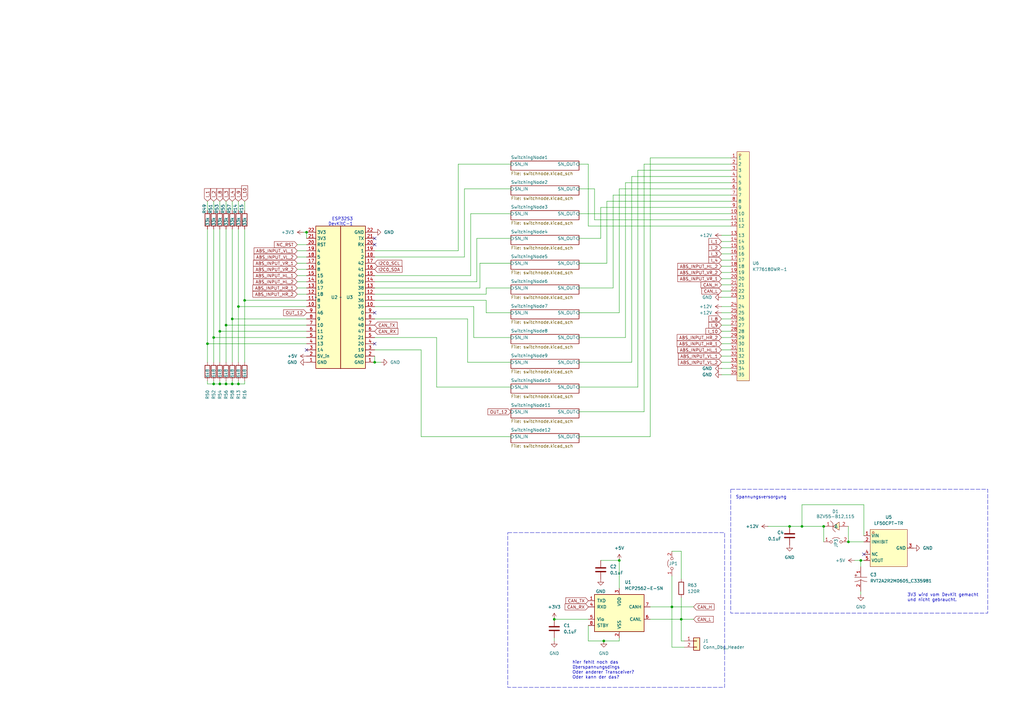
<source format=kicad_sch>
(kicad_sch (version 20250114) (generator "eeschema") (generator_version "9.0")
  (paper "A3")
  (title_block (title "ESPPDM"))
  (lib_symbols
    (symbol "+3V3_1" (power) (pin_numbers (hide yes)) (pin_names (offset 0) (hide yes))
      (property "Value" "+3V3" (at 0 3.556 0))
      (symbol "+3V3_1_0_1"
        (polyline (pts (xy -0.762 1.27) (xy 0 2.54)))
        (polyline (pts (xy 0 2.54) (xy 0.762 1.27)))
        (polyline (pts (xy 0 0) (xy 0 2.54)))
      )
      (symbol "+3V3_1_1_1"
        (pin power_in line (at 0 0 90) (length 0) (name "~") (number "1"))
      )
    )
    (symbol "Connector_Generic:Conn_01x02" (pin_names (offset 1.016) (hide yes))
      (property "Reference" "J" (at 0 2.54 0))
      (property "Value" "Conn_01x02" (at 0 -5.08 0))
      (symbol "Conn_01x02_1_1"
        (rectangle (start -1.27 1.27) (end 1.27 -3.81) (stroke (width 0.254)) (fill (type background)))
        (rectangle (start -1.27 0.127) (end 0 -0.127) (stroke (width 0.1524)))
        (rectangle (start -1.27 -2.413) (end 0 -2.667) (stroke (width 0.1524)))
        (pin passive line (at -5.08 0 0) (length 3.81) (name "Pin_1") (number "1"))
        (pin passive line (at -5.08 -2.54 0) (length 3.81) (name "Pin_2") (number "2"))
      )
    )
    (symbol "Device:C" (pin_numbers (hide yes)) (pin_names (offset 0.254))
      (property "Reference" "C" (at 0.635 2.54 0))
      (property "Value" "C" (at 0.635 -2.54 0))
      (symbol "C_0_1"
        (polyline (pts (xy -2.032 0.762) (xy 2.032 0.762)) (stroke (width 0.508)))
        (polyline (pts (xy -2.032 -0.762) (xy 2.032 -0.762)) (stroke (width 0.508)))
      )
      (symbol "C_1_1"
        (pin passive line (at 0 3.81 270) (length 2.794) (name "~") (number "1"))
        (pin passive line (at 0 -3.81 90) (length 2.794) (name "~") (number "2"))
      )
    )
    (symbol "Device:R" (pin_numbers (hide yes)) (pin_names (offset 0))
      (property "Reference" "R" (at 2.032 0 90))
      (property "Value" "R" (at 0 0 90))
      (symbol "R_0_1"
        (rectangle (start -1.016 -2.54) (end 1.016 2.54) (stroke (width 0.254)))
      )
      (symbol "R_1_1"
        (pin passive line (at 0 3.81 270) (length 1.27) (name "~") (number "1"))
        (pin passive line (at 0 -3.81 90) (length 1.27) (name "~") (number "2"))
      )
    )
    (symbol "GND_1" (power) (pin_numbers (hide yes)) (pin_names (offset 0) (hide yes))
      (property "Value" "GND" (at 0 -3.81 0))
      (symbol "GND_1_0_1"
        (polyline (pts (xy 0 0) (xy 0 -1.27) (xy 1.27 -1.27) (xy 0 -2.54) (xy -1.27 -1.27) (xy 0 -1.27)))
      )
      (symbol "GND_1_1_1"
        (pin power_in line (at 0 0 270) (length 0) (name "~") (number "1"))
      )
    )
    (symbol "GND_2" (power) (pin_numbers (hide yes)) (pin_names (offset 0) (hide yes))
      (property "Value" "GND" (at 0 -3.81 0))
      (symbol "GND_2_0_1"
        (polyline (pts (xy 0 0) (xy 0 -1.27) (xy 1.27 -1.27) (xy 0 -2.54) (xy -1.27 -1.27) (xy 0 -1.27)))
      )
      (symbol "GND_2_1_1"
        (pin power_in line (at 0 0 270) (length 0) (name "~") (number "1"))
      )
    )
    (symbol "GND_3" (power) (pin_numbers (hide yes)) (pin_names (offset 0) (hide yes))
      (property "Value" "GND" (at 0 -3.81 0))
      (symbol "GND_3_0_1"
        (polyline (pts (xy 0 0) (xy 0 -1.27) (xy 1.27 -1.27) (xy 0 -2.54) (xy -1.27 -1.27) (xy 0 -1.27)))
      )
      (symbol "GND_3_1_1"
        (pin power_in line (at 0 0 270) (length 0) (name "~") (number "1"))
      )
    )
    (symbol "Interface_CAN_LIN:MCP2562-E-SN" (pin_names (offset 1.016))
      (property "Reference" "U" (at -10.16 8.89 0))
      (property "Value" "MCP2562-E-SN" (at 2.54 8.89 0))
      (symbol "MCP2562-E-SN_0_1"
        (rectangle (start -10.16 7.62) (end 10.16 -7.62) (stroke (width 0.254)) (fill (type background)))
      )
      (symbol "MCP2562-E-SN_1_1"
        (pin input line (at -12.7 5.08 0) (length 2.54) (name "TXD") (number "1"))
        (pin output line (at -12.7 2.54 0) (length 2.54) (name "RXD") (number "4"))
        (pin power_in line (at -12.7 -2.54 0) (length 2.54) (name "Vio") (number "5"))
        (pin input line (at -12.7 -5.08 0) (length 2.54) (name "STBY") (number "8"))
        (pin power_in line (at 0 10.16 270) (length 2.54) (name "VDD") (number "3"))
        (pin power_in line (at 0 -10.16 90) (length 2.54) (name "VSS") (number "2"))
        (pin bidirectional line (at 12.7 2.54 180) (length 2.54) (name "CANH") (number "7"))
        (pin bidirectional line (at 12.7 -2.54 180) (length 2.54) (name "CANL") (number "6"))
      )
    )
    (symbol "Jumper:Jumper_2_Open" (pin_names (offset 0) (hide yes))
      (property "Reference" "JP" (at 0 2.794 0))
      (property "Value" "Jumper_2_Open" (at 0 -2.286 0))
      (symbol "Jumper_2_Open_0_0"
        (circle (center -2.032 0) (radius 0.508))
        (circle (center 2.032 0) (radius 0.508))
      )
      (symbol "Jumper_2_Open_0_1"
        (arc (start -1.524 1.27) (mid 0 1.778) (end 1.524 1.27))
      )
      (symbol "Jumper_2_Open_1_1"
        (pin passive line (at -5.08 0 0) (length 2.54) (name "A") (number "1"))
        (pin passive line (at 5.08 0 180) (length 2.54) (name "B") (number "2"))
      )
    )
    (symbol "custom:esp32-s3-devkitc-1_l"
      (property "Reference" "U" (at 3.81 0 0))
      (symbol "esp32-s3-devkitc-1_l_1_1"
        (rectangle (start -2.54 29.21) (end 7.62 -29.21) (stroke (width 0.254)) (fill (type background)))
        (pin passive line (at -6.35 26.67 0) (length 3.81) (name "GND") (number "1"))
        (pin passive line (at -6.35 24.13 0) (length 3.81) (name "GND") (number "2"))
        (pin passive line (at -6.35 21.59 0) (length 3.81) (name "19") (number "3"))
        (pin passive line (at -6.35 19.05 0) (length 3.81) (name "20") (number "4"))
        (pin passive line (at -6.35 16.51 0) (length 3.81) (name "21") (number "5"))
        (pin passive line (at -6.35 13.97 0) (length 3.81) (name "47") (number "6"))
        (pin passive line (at -6.35 11.43 0) (length 3.81) (name "48") (number "7"))
        (pin passive line (at -6.35 8.89 0) (length 3.81) (name "45") (number "8"))
        (pin passive line (at -6.35 6.35 0) (length 3.81) (name "0") (number "9"))
        (pin passive line (at -6.35 3.81 0) (length 3.81) (name "35") (number "10"))
        (pin passive line (at -6.35 1.27 0) (length 3.81) (name "36") (number "11"))
        (pin passive line (at -6.35 -1.27 0) (length 3.81) (name "37") (number "12"))
        (pin passive line (at -6.35 -3.81 0) (length 3.81) (name "38") (number "13"))
        (pin passive line (at -6.35 -6.35 0) (length 3.81) (name "39") (number "14"))
        (pin passive line (at -6.35 -8.89 0) (length 3.81) (name "40") (number "15"))
        (pin passive line (at -6.35 -11.43 0) (length 3.81) (name "41") (number "16"))
        (pin passive line (at -6.35 -13.97 0) (length 3.81) (name "42") (number "17"))
        (pin passive line (at -6.35 -16.51 0) (length 3.81) (name "2") (number "18"))
        (pin passive line (at -6.35 -19.05 0) (length 3.81) (name "1") (number "19"))
        (pin passive line (at -6.35 -21.59 0) (length 3.81) (name "RX") (number "20"))
        (pin passive line (at -6.35 -24.13 0) (length 3.81) (name "TX") (number "21"))
        (pin passive line (at -6.35 -26.67 0) (length 3.81) (name "GND") (number "22"))
      )
    )
    (symbol "custom:esp32-s3-devkitc-1_r"
      (property "Reference" "U" (at 5.08 0 0))
      (symbol "esp32-s3-devkitc-1_r_1_1"
        (rectangle (start -2.54 29.21) (end 7.62 -29.21) (stroke (width 0.254)) (fill (type background)))
        (pin passive line (at 11.43 26.67 180) (length 3.81) (name "GND") (number "1"))
        (pin passive line (at 11.43 24.13 180) (length 3.81) (name "5V_in") (number "2"))
        (pin passive line (at 11.43 21.59 180) (length 3.81) (name "14") (number "3"))
        (pin passive line (at 11.43 19.05 180) (length 3.81) (name "13") (number "4"))
        (pin passive line (at 11.43 16.51 180) (length 3.81) (name "12") (number "5"))
        (pin passive line (at 11.43 13.97 180) (length 3.81) (name "11") (number "6"))
        (pin passive line (at 11.43 11.43 180) (length 3.81) (name "10") (number "7"))
        (pin passive line (at 11.43 8.89 180) (length 3.81) (name "9") (number "8"))
        (pin passive line (at 11.43 6.35 180) (length 3.81) (name "46") (number "9"))
        (pin passive line (at 11.43 3.81 180) (length 3.81) (name "3") (number "10"))
        (pin passive line (at 11.43 1.27 180) (length 3.81) (name "8") (number "11"))
        (pin passive line (at 11.43 -1.27 180) (length 3.81) (name "18") (number "12"))
        (pin passive line (at 11.43 -3.81 180) (length 3.81) (name "17") (number "13"))
        (pin passive line (at 11.43 -6.35 180) (length 3.81) (name "16") (number "14"))
        (pin passive line (at 11.43 -8.89 180) (length 3.81) (name "15") (number "15"))
        (pin passive line (at 11.43 -11.43 180) (length 3.81) (name "8") (number "16"))
        (pin passive line (at 11.43 -13.97 180) (length 3.81) (name "6") (number "17"))
        (pin passive line (at 11.43 -16.51 180) (length 3.81) (name "5") (number "18"))
        (pin passive line (at 11.43 -19.05 180) (length 3.81) (name "4") (number "19"))
        (pin passive line (at 11.43 -21.59 180) (length 3.81) (name "RST") (number "20"))
        (pin passive line (at 11.43 -24.13 180) (length 3.81) (name "3V3") (number "21"))
        (pin passive line (at 11.43 -26.67 180) (length 3.81) (name "3V3") (number "22"))
      )
    )
    (symbol "lcsc:BZV55-B12,115"
      (property "Reference" "D" (at 0 5.08 0))
      (property "Value" "BZV55-B12,115" (at 0 -5.08 0))
      (symbol "BZV55-B12,115_0_1"
        (polyline (pts (xy -2.29 2.29) (xy -1.27 1.27) (xy -1.27 -1.27) (xy -0.25 -2.29)))
        (polyline (pts (xy 1.27 -1.52) (xy -1.27 0) (xy 1.27 1.78) (xy 1.27 -1.52)) (fill (type background)))
        (pin unspecified line (at -5.08 0 0) (length 3.81) (name "C") (number "1"))
        (pin unspecified line (at 5.08 0 180) (length 3.81) (name "A") (number "2"))
      )
    )
    (symbol "lcsc:K776180WR-1"
      (property "Reference" "U" (at 0 50.8 0))
      (property "Value" "K776180WR-1" (at 0 -48.26 0))
      (symbol "K776180WR-1_0_1"
        (rectangle (start 0 48.26) (end 5.08 -45.72) (fill (type background)))
        (circle (center 1.27 46.99) (radius 0.38))
        (pin unspecified line (at -2.54 45.72 0) (length 2.54) (name "1") (number "1"))
        (pin unspecified line (at -2.54 43.18 0) (length 2.54) (name "2") (number "2"))
        (pin unspecified line (at -2.54 40.64 0) (length 2.54) (name "3") (number "3"))
        (pin unspecified line (at -2.54 38.1 0) (length 2.54) (name "4") (number "4"))
        (pin unspecified line (at -2.54 35.56 0) (length 2.54) (name "5") (number "5"))
        (pin unspecified line (at -2.54 33.02 0) (length 2.54) (name "6") (number "6"))
        (pin unspecified line (at -2.54 30.48 0) (length 2.54) (name "7") (number "7"))
        (pin unspecified line (at -2.54 27.94 0) (length 2.54) (name "8") (number "8"))
        (pin unspecified line (at -2.54 25.4 0) (length 2.54) (name "9") (number "9"))
        (pin unspecified line (at -2.54 22.86 0) (length 2.54) (name "10") (number "10"))
        (pin unspecified line (at -2.54 20.32 0) (length 2.54) (name "11") (number "11"))
        (pin unspecified line (at -2.54 17.78 0) (length 2.54) (name "12") (number "12"))
        (pin unspecified line (at -2.54 13.97 0) (length 2.54) (name "13") (number "13"))
        (pin unspecified line (at -2.54 11.43 0) (length 2.54) (name "14") (number "14"))
        (pin unspecified line (at -2.54 8.89 0) (length 2.54) (name "15") (number "15"))
        (pin unspecified line (at -2.54 6.35 0) (length 2.54) (name "16") (number "16"))
        (pin unspecified line (at -2.54 3.81 0) (length 2.54) (name "17") (number "17"))
        (pin unspecified line (at -2.54 1.27 0) (length 2.54) (name "18") (number "18"))
        (pin unspecified line (at -2.54 -1.27 0) (length 2.54) (name "19") (number "19"))
        (pin unspecified line (at -2.54 -3.81 0) (length 2.54) (name "20") (number "20"))
        (pin unspecified line (at -2.54 -6.35 0) (length 2.54) (name "21") (number "21"))
        (pin unspecified line (at -2.54 -8.89 0) (length 2.54) (name "22") (number "22"))
        (pin unspecified line (at -2.54 -11.43 0) (length 2.54) (name "23") (number "23"))
        (pin unspecified line (at -2.54 -15.24 0) (length 2.54) (name "24") (number "24"))
        (pin unspecified line (at -2.54 -17.78 0) (length 2.54) (name "25") (number "25"))
        (pin unspecified line (at -2.54 -20.32 0) (length 2.54) (name "26") (number "26"))
        (pin unspecified line (at -2.54 -22.86 0) (length 2.54) (name "27") (number "27"))
        (pin unspecified line (at -2.54 -25.4 0) (length 2.54) (name "28") (number "28"))
        (pin unspecified line (at -2.54 -27.94 0) (length 2.54) (name "29") (number "29"))
        (pin unspecified line (at -2.54 -30.48 0) (length 2.54) (name "30") (number "30"))
        (pin unspecified line (at -2.54 -33.02 0) (length 2.54) (name "31") (number "31"))
        (pin unspecified line (at -2.54 -35.56 0) (length 2.54) (name "32") (number "32"))
        (pin unspecified line (at -2.54 -38.1 0) (length 2.54) (name "33") (number "33"))
        (pin unspecified line (at -2.54 -40.64 0) (length 2.54) (name "34") (number "34"))
        (pin unspecified line (at -2.54 -43.18 0) (length 2.54) (name "35") (number "35"))
      )
    )
    (symbol "lcsc:LF50CPT-TR"
      (property "Reference" "U" (at 0 10.16 0))
      (property "Value" "LF50CPT-TR" (at 0 -10.16 0))
      (symbol "LF50CPT-TR_0_1"
        (rectangle (start -7.62 7.62) (end 7.62 -7.62) (fill (type background)))
        (circle (center -6.35 6.35) (radius 0.38))
        (pin unspecified line (at -10.16 5.08 0) (length 2.54) (name "VIN") (number "1"))
        (pin unspecified line (at -10.16 2.54 0) (length 2.54) (name "INHIBIT") (number "2"))
        (pin unspecified line (at -10.16 -2.54 0) (length 2.54) (name "NC") (number "4"))
        (pin unspecified line (at -10.16 -5.08 0) (length 2.54) (name "VOUT") (number "5"))
        (pin unspecified line (at 10.16 0 180) (length 2.54) (name "GND") (number "3"))
      )
    )
    (symbol "lcsc:RVT2A2R2M0605_C335981"
      (property "Reference" "C" (at 0 10.16 0))
      (property "Value" "RVT2A2R2M0605_C335981" (at 0 -10.16 0))
      (symbol "RVT2A2R2M0605_C335981_0_1"
        (rectangle (start -2.54 1.52) (end -1.52 1.52) (fill (type background)))
        (polyline (pts (xy -2.54 0.76) (xy 2.54 0.76)))
        (arc (start 0 -0.25) (mid -1.2064 -0.8447) (end -2.54 -1.02))
        (rectangle (start -2.03 2.03) (end -2.03 1.02) (fill (type background)))
        (arc (start 2.54 -1.02) (mid 1.206 -0.8462) (end 0 -0.25))
      )
      (symbol "RVT2A2R2M0605_C335981_1_1"
        (pin unspecified line (at 0 5.08 270) (length 4.318) (name "") (number "1"))
        (pin unspecified line (at 0 -5.08 90) (length 4.826) (name "") (number "2"))
      )
    )
    (symbol "power:+12V" (power) (pin_numbers (hide yes)) (pin_names (offset 0) (hide yes))
      (property "Value" "+12V" (at 0 3.556 0))
      (symbol "+12V_0_1"
        (polyline (pts (xy -0.762 1.27) (xy 0 2.54)))
        (polyline (pts (xy 0 2.54) (xy 0.762 1.27)))
        (polyline (pts (xy 0 0) (xy 0 2.54)))
      )
      (symbol "+12V_1_1"
        (pin power_in line (at 0 0 90) (length 0) (name "~") (number "1"))
      )
    )
    (symbol "power:+3V3" (power) (pin_names (offset 0))
      (property "Value" "+3V3" (at 0 3.556 0))
      (symbol "+3V3_0_1"
        (polyline (pts (xy -0.762 1.27) (xy 0 2.54)))
        (polyline (pts (xy 0 2.54) (xy 0.762 1.27)))
        (polyline (pts (xy 0 0) (xy 0 2.54)))
      )
      (symbol "+3V3_1_1"
        (pin power_in line (at 0 0 90) (length 0) (hide yes) (name "+3V3") (number "1"))
      )
    )
    (symbol "power:+5V" (power) (pin_names (offset 0))
      (property "Value" "+5V" (at 0 3.556 0))
      (symbol "+5V_0_1"
        (polyline (pts (xy -0.762 1.27) (xy 0 2.54)))
        (polyline (pts (xy 0 2.54) (xy 0.762 1.27)))
        (polyline (pts (xy 0 0) (xy 0 2.54)))
      )
      (symbol "+5V_1_1"
        (pin power_in line (at 0 0 90) (length 0) (hide yes) (name "+5V") (number "1"))
      )
    )
    (symbol "power:GND" (power) (pin_names (offset 0))
      (property "Value" "GND" (at 0 -3.81 0))
      (symbol "GND_0_1"
        (polyline (pts (xy 0 0) (xy 0 -1.27) (xy 1.27 -1.27) (xy 0 -2.54) (xy -1.27 -1.27) (xy 0 -1.27)))
      )
      (symbol "GND_1_1"
        (pin power_in line (at 0 0 270) (length 0) (hide yes) (name "GND") (number "1"))
      )
    )
  )
  (rectangle (start 208.28 218.44) (end 297.18 281.94) (stroke (width 0) (type dash)))
  (rectangle (start 299.72 200.66) (end 405.13 251.46) (stroke (width 0) (type dash)))
  (text "3V3 wird vom DevKit gemacht\nund nicht gebraucht." (at 372.11 246.888 0) (effects (font (size 1.27 1.27)) (justify left bottom)))
  (text "hier fehlt noch das\nüberspannungsdings\nOder anderer Transceiver?\nOder kann der das?" (at 234.696 278.638 0) (effects (font (size 1.27 1.27)) (justify left bottom)))
  (text "Spannungsversorgung" (at 301.752 204.724 0) (effects (font (size 1.27 1.27)) (justify left bottom)))
  (text "ESP32S3\nDevKitC-1" (at 144.78 92.71 0) (effects (font (size 1.27 1.27)) (justify right bottom)))
  (junction (at 92.71 157.48))
  (junction (at 275.59 248.92))
  (junction (at 337.82 215.9))
  (junction (at 353.06 229.87))
  (junction (at 125.73 95.25))
  (junction (at 97.79 157.48))
  (junction (at 87.63 157.48))
  (junction (at 87.63 138.43))
  (junction (at 347.98 222.25))
  (junction (at 95.25 130.81))
  (junction (at 328.93 215.9))
  (junction (at 247.65 262.89))
  (junction (at 90.17 135.89))
  (junction (at 254 229.87))
  (junction (at 90.17 157.48))
  (junction (at 279.4 254))
  (junction (at 227.33 254))
  (junction (at 85.09 140.97))
  (junction (at 323.85 215.9))
  (junction (at 95.25 157.48))
  (junction (at 92.71 133.35))
  (junction (at 100.33 123.19))
  (junction (at 97.79 125.73))
  (junction (at 153.67 148.59))
  (no_connect (at 153.67 128.27))
  (no_connect (at 125.73 143.51))
  (no_connect (at 153.67 100.33))
  (no_connect (at 153.67 140.97))
  (no_connect (at 354.33 227.33))
  (no_connect (at 153.67 97.79))
  (wire (pts (xy 299.72 101.6) (xy 295.91 101.6)))
  (wire (pts (xy 121.92 113.03) (xy 125.73 113.03)))
  (wire (pts (xy 85.09 157.48) (xy 85.09 156.21)))
  (wire (pts (xy 275.59 226.06) (xy 279.4 226.06)))
  (wire (pts (xy 193.04 87.63) (xy 209.55 87.63)))
  (wire (pts (xy 90.17 86.36) (xy 90.17 82.55)))
  (wire (pts (xy 264.16 67.31) (xy 264.16 168.91)))
  (wire (pts (xy 121.92 118.11) (xy 125.73 118.11)))
  (wire (pts (xy 295.91 140.97) (xy 299.72 140.97)))
  (wire (pts (xy 190.5 105.41) (xy 190.5 77.47)))
  (wire (pts (xy 92.71 86.36) (xy 92.71 82.55)))
  (wire (pts (xy 124.46 95.25) (xy 125.73 95.25)))
  (wire (pts (xy 153.67 146.05) (xy 153.67 148.59)))
  (wire (pts (xy 354.33 222.25) (xy 347.98 222.25)))
  (wire (pts (xy 97.79 125.73) (xy 97.79 148.59)))
  (wire (pts (xy 90.17 157.48) (xy 90.17 156.21)))
  (wire (pts (xy 275.59 248.92) (xy 275.59 265.43)))
  (wire (pts (xy 254 229.87) (xy 254 241.3)))
  (wire (pts (xy 237.49 128.27) (xy 254 128.27)))
  (wire (pts (xy 199.39 128.27) (xy 209.55 128.27)))
  (wire (pts (xy 97.79 156.21) (xy 97.79 157.48)))
  (wire (pts (xy 299.72 109.22) (xy 295.91 109.22)))
  (wire (pts (xy 280.67 262.89) (xy 279.4 262.89)))
  (wire (pts (xy 237.49 168.91) (xy 264.16 168.91)))
  (wire (pts (xy 299.72 96.52) (xy 295.91 96.52)))
  (wire (pts (xy 279.4 254) (xy 279.4 262.89)))
  (wire (pts (xy 199.39 123.19) (xy 199.39 128.27)))
  (wire (pts (xy 100.33 82.55) (xy 100.33 86.36)))
  (wire (pts (xy 246.38 97.79) (xy 246.38 85.09)))
  (wire (pts (xy 92.71 133.35) (xy 92.71 148.59)))
  (wire (pts (xy 237.49 118.11) (xy 251.46 118.11)))
  (wire (pts (xy 328.93 215.9) (xy 328.93 207.01)))
  (wire (pts (xy 187.96 102.87) (xy 187.96 67.31)))
  (wire (pts (xy 190.5 77.47) (xy 209.55 77.47)))
  (wire (pts (xy 153.67 125.73) (xy 194.31 125.73)))
  (wire (pts (xy 85.09 157.48) (xy 87.63 157.48)))
  (wire (pts (xy 328.93 207.01) (xy 354.33 207.01)))
  (wire (pts (xy 299.72 119.38) (xy 295.91 119.38)))
  (wire (pts (xy 237.49 179.07) (xy 266.7 179.07)))
  (wire (pts (xy 237.49 148.59) (xy 259.08 148.59)))
  (wire (pts (xy 153.67 120.65) (xy 199.39 120.65)))
  (wire (pts (xy 275.59 236.22) (xy 275.59 248.92)))
  (wire (pts (xy 87.63 138.43) (xy 87.63 148.59)))
  (wire (pts (xy 279.4 245.11) (xy 279.4 254)))
  (wire (pts (xy 179.07 138.43) (xy 179.07 158.75)))
  (wire (pts (xy 275.59 265.43) (xy 280.67 265.43)))
  (wire (pts (xy 85.09 140.97) (xy 85.09 148.59)))
  (wire (pts (xy 153.67 130.81) (xy 191.77 130.81)))
  (wire (pts (xy 153.67 105.41) (xy 190.5 105.41)))
  (wire (pts (xy 97.79 125.73) (xy 125.73 125.73)))
  (wire (pts (xy 95.25 93.98) (xy 95.25 130.81)))
  (wire (pts (xy 121.92 105.41) (xy 125.73 105.41)))
  (wire (pts (xy 241.3 67.31) (xy 237.49 67.31)))
  (wire (pts (xy 85.09 93.98) (xy 85.09 140.97)))
  (wire (pts (xy 153.67 138.43) (xy 179.07 138.43)))
  (wire (pts (xy 295.91 111.76) (xy 299.72 111.76)))
  (wire (pts (xy 264.16 67.31) (xy 299.72 67.31)))
  (wire (pts (xy 241.3 256.54) (xy 241.3 262.89)))
  (wire (pts (xy 153.67 118.11) (xy 196.85 118.11)))
  (wire (pts (xy 97.79 82.55) (xy 97.79 86.36)))
  (wire (pts (xy 92.71 133.35) (xy 125.73 133.35)))
  (wire (pts (xy 295.91 148.59) (xy 299.72 148.59)))
  (wire (pts (xy 299.72 90.17) (xy 243.84 90.17)))
  (wire (pts (xy 266.7 248.92) (xy 275.59 248.92)))
  (wire (pts (xy 100.33 123.19) (xy 100.33 148.59)))
  (wire (pts (xy 90.17 135.89) (xy 90.17 148.59)))
  (wire (pts (xy 121.92 120.65) (xy 125.73 120.65)))
  (wire (pts (xy 237.49 97.79) (xy 246.38 97.79)))
  (wire (pts (xy 95.25 130.81) (xy 125.73 130.81)))
  (wire (pts (xy 195.58 97.79) (xy 209.55 97.79)))
  (wire (pts (xy 251.46 118.11) (xy 251.46 80.01)))
  (wire (pts (xy 353.06 242.57) (xy 353.06 243.84)))
  (wire (pts (xy 195.58 115.57) (xy 195.58 97.79)))
  (wire (pts (xy 247.65 262.89) (xy 254 262.89)))
  (wire (pts (xy 92.71 93.98) (xy 92.71 133.35)))
  (wire (pts (xy 125.73 97.79) (xy 125.73 95.25)))
  (wire (pts (xy 299.72 125.73) (xy 295.91 125.73)))
  (wire (pts (xy 299.72 133.35) (xy 295.91 133.35)))
  (wire (pts (xy 194.31 125.73) (xy 194.31 138.43)))
  (wire (pts (xy 299.72 135.89) (xy 295.91 135.89)))
  (wire (pts (xy 261.62 69.85) (xy 261.62 158.75)))
  (wire (pts (xy 172.72 143.51) (xy 172.72 179.07)))
  (wire (pts (xy 299.72 121.92) (xy 295.91 121.92)))
  (wire (pts (xy 275.59 248.92) (xy 284.48 248.92)))
  (wire (pts (xy 187.96 67.31) (xy 209.55 67.31)))
  (wire (pts (xy 191.77 130.81) (xy 191.77 148.59)))
  (wire (pts (xy 241.3 262.89) (xy 247.65 262.89)))
  (wire (pts (xy 97.79 93.98) (xy 97.79 125.73)))
  (wire (pts (xy 256.54 74.93) (xy 256.54 138.43)))
  (wire (pts (xy 87.63 138.43) (xy 125.73 138.43)))
  (wire (pts (xy 179.07 158.75) (xy 209.55 158.75)))
  (wire (pts (xy 153.67 123.19) (xy 199.39 123.19)))
  (wire (pts (xy 299.72 99.06) (xy 295.91 99.06)))
  (wire (pts (xy 337.82 215.9) (xy 337.82 222.25)))
  (wire (pts (xy 328.93 215.9) (xy 337.82 215.9)))
  (wire (pts (xy 261.62 69.85) (xy 299.72 69.85)))
  (wire (pts (xy 266.7 64.77) (xy 266.7 179.07)))
  (wire (pts (xy 246.38 85.09) (xy 299.72 85.09)))
  (wire (pts (xy 299.72 116.84) (xy 295.91 116.84)))
  (wire (pts (xy 299.72 104.14) (xy 295.91 104.14)))
  (wire (pts (xy 354.33 207.01) (xy 354.33 219.71)))
  (wire (pts (xy 194.31 138.43) (xy 209.55 138.43)))
  (wire (pts (xy 92.71 157.48) (xy 95.25 157.48)))
  (wire (pts (xy 259.08 72.39) (xy 299.72 72.39)))
  (wire (pts (xy 237.49 107.95) (xy 248.92 107.95)))
  (wire (pts (xy 237.49 77.47) (xy 243.84 77.47)))
  (wire (pts (xy 85.09 140.97) (xy 125.73 140.97)))
  (wire (pts (xy 97.79 157.48) (xy 95.25 157.48)))
  (wire (pts (xy 153.67 113.03) (xy 193.04 113.03)))
  (wire (pts (xy 95.25 86.36) (xy 95.25 82.55)))
  (wire (pts (xy 100.33 156.21) (xy 100.33 157.48)))
  (wire (pts (xy 90.17 135.89) (xy 125.73 135.89)))
  (wire (pts (xy 243.84 90.17) (xy 243.84 77.47)))
  (wire (pts (xy 153.67 115.57) (xy 195.58 115.57)))
  (wire (pts (xy 121.92 107.95) (xy 125.73 107.95)))
  (wire (pts (xy 299.72 106.68) (xy 295.91 106.68)))
  (wire (pts (xy 121.92 110.49) (xy 125.73 110.49)))
  (wire (pts (xy 90.17 157.48) (xy 92.71 157.48)))
  (wire (pts (xy 227.33 254) (xy 241.3 254)))
  (wire (pts (xy 266.7 254) (xy 279.4 254)))
  (wire (pts (xy 90.17 93.98) (xy 90.17 135.89)))
  (wire (pts (xy 254 262.89) (xy 254 261.62)))
  (wire (pts (xy 95.25 157.48) (xy 95.25 156.21)))
  (wire (pts (xy 254 77.47) (xy 299.72 77.47)))
  (wire (pts (xy 299.72 114.3) (xy 295.91 114.3)))
  (wire (pts (xy 196.85 107.95) (xy 209.55 107.95)))
  (wire (pts (xy 299.72 130.81) (xy 295.91 130.81)))
  (wire (pts (xy 92.71 157.48) (xy 92.71 156.21)))
  (wire (pts (xy 237.49 138.43) (xy 256.54 138.43)))
  (wire (pts (xy 299.72 151.13) (xy 295.91 151.13)))
  (wire (pts (xy 227.33 261.62) (xy 227.33 262.89)))
  (wire (pts (xy 172.72 179.07) (xy 209.55 179.07)))
  (wire (pts (xy 191.77 148.59) (xy 209.55 148.59)))
  (wire (pts (xy 299.72 138.43) (xy 295.91 138.43)))
  (wire (pts (xy 246.38 229.87) (xy 254 229.87)))
  (wire (pts (xy 153.67 102.87) (xy 187.96 102.87)))
  (wire (pts (xy 248.92 82.55) (xy 299.72 82.55)))
  (wire (pts (xy 121.92 102.87) (xy 125.73 102.87)))
  (wire (pts (xy 121.92 100.33) (xy 125.73 100.33)))
  (wire (pts (xy 295.91 146.05) (xy 299.72 146.05)))
  (wire (pts (xy 299.72 153.67) (xy 295.91 153.67)))
  (wire (pts (xy 95.25 130.81) (xy 95.25 148.59)))
  (wire (pts (xy 121.92 115.57) (xy 125.73 115.57)))
  (wire (pts (xy 237.49 158.75) (xy 261.62 158.75)))
  (wire (pts (xy 199.39 118.11) (xy 209.55 118.11)))
  (wire (pts (xy 251.46 80.01) (xy 299.72 80.01)))
  (wire (pts (xy 347.98 215.9) (xy 347.98 222.25)))
  (wire (pts (xy 87.63 93.98) (xy 87.63 138.43)))
  (wire (pts (xy 87.63 157.48) (xy 87.63 156.21)))
  (wire (pts (xy 85.09 86.36) (xy 85.09 82.55)))
  (wire (pts (xy 248.92 107.95) (xy 248.92 82.55)))
  (wire (pts (xy 279.4 254) (xy 284.48 254)))
  (wire (pts (xy 279.4 226.06) (xy 279.4 237.49)))
  (wire (pts (xy 153.67 148.59) (xy 156.21 148.59)))
  (wire (pts (xy 353.06 229.87) (xy 353.06 232.41)))
  (wire (pts (xy 295.91 143.51) (xy 299.72 143.51)))
  (wire (pts (xy 196.85 118.11) (xy 196.85 107.95)))
  (wire (pts (xy 100.33 123.19) (xy 125.73 123.19)))
  (wire (pts (xy 199.39 120.65) (xy 199.39 118.11)))
  (wire (pts (xy 350.52 229.87) (xy 353.06 229.87)))
  (wire (pts (xy 314.96 215.9) (xy 323.85 215.9)))
  (wire (pts (xy 323.85 215.9) (xy 328.93 215.9)))
  (wire (pts (xy 353.06 229.87) (xy 354.33 229.87)))
  (wire (pts (xy 299.72 92.71) (xy 241.3 92.71)))
  (wire (pts (xy 87.63 157.48) (xy 90.17 157.48)))
  (wire (pts (xy 153.67 143.51) (xy 172.72 143.51)))
  (wire (pts (xy 241.3 92.71) (xy 241.3 67.31)))
  (wire (pts (xy 193.04 113.03) (xy 193.04 87.63)))
  (wire (pts (xy 87.63 86.36) (xy 87.63 82.55)))
  (wire (pts (xy 266.7 64.77) (xy 299.72 64.77)))
  (wire (pts (xy 100.33 157.48) (xy 97.79 157.48)))
  (wire (pts (xy 259.08 72.39) (xy 259.08 148.59)))
  (wire (pts (xy 100.33 93.98) (xy 100.33 123.19)))
  (wire (pts (xy 299.72 128.27) (xy 295.91 128.27)))
  (wire (pts (xy 256.54 74.93) (xy 299.72 74.93)))
  (wire (pts (xy 254 77.47) (xy 254 128.27)))
  (wire (pts (xy 237.49 87.63) (xy 299.72 87.63)))
  (global_label "ABS_INPUT_HR_2" (shape input) (at 121.92 120.65 180) (property "Intersheetrefs" "${INTERSHEET_REFS}" (effects (hide yes))))
  (global_label "I_3" (shape input) (at 295.91 104.14 180) (property "Intersheetrefs" "${INTERSHEET_REFS}" (effects (hide yes))))
  (global_label "I_8" (shape input) (at 295.91 130.81 180) (property "Intersheetrefs" "${INTERSHEET_REFS}" (effects (hide yes))))
  (global_label "CAN_RX" (shape input) (at 241.3 248.92 180) (property "Intersheetrefs" "${INTERSHEET_REFS}" (effects (hide yes))))
  (global_label "I_8" (shape input) (at 90.17 82.55 90) (property "Intersheetrefs" "${INTERSHEET_REFS}" (effects (hide yes))))
  (global_label "NC_RST" (shape input) (at 121.92 100.33 180) (property "Intersheetrefs" "${INTERSHEET_REFS}" (effects (hide yes))))
  (global_label "I_3" (shape input) (at 92.71 82.55 90) (property "Intersheetrefs" "${INTERSHEET_REFS}" (effects (hide yes))))
  (global_label "I_10" (shape input) (at 100.33 82.55 90) (property "Intersheetrefs" "${INTERSHEET_REFS}" (effects (hide yes))))
  (global_label "I_9" (shape input) (at 295.91 133.35 180) (property "Intersheetrefs" "${INTERSHEET_REFS}" (effects (hide yes))))
  (global_label "I_1" (shape input) (at 295.91 99.06 180) (property "Intersheetrefs" "${INTERSHEET_REFS}" (effects (hide yes))))
  (global_label "CAN_L" (shape input) (at 284.48 254 0) (property "Intersheetrefs" "${INTERSHEET_REFS}" (effects (hide yes))))
  (global_label "ABS_INPUT_HL_2" (shape input) (at 295.91 109.22 180) (property "Intersheetrefs" "${INTERSHEET_REFS}" (effects (hide yes))))
  (global_label "I_10" (shape input) (at 295.91 135.89 180) (property "Intersheetrefs" "${INTERSHEET_REFS}" (effects (hide yes))))
  (global_label "CAN_H" (shape input) (at 295.91 116.84 180) (property "Intersheetrefs" "${INTERSHEET_REFS}" (effects (hide yes))))
  (global_label "ABS_INPUT_VR_2" (shape input) (at 121.92 110.49 180) (property "Intersheetrefs" "${INTERSHEET_REFS}" (effects (hide yes))))
  (global_label "ABS_INPUT_HL_2" (shape input) (at 121.92 115.57 180) (property "Intersheetrefs" "${INTERSHEET_REFS}" (effects (hide yes))))
  (global_label "I_9" (shape input) (at 97.79 82.55 90) (property "Intersheetrefs" "${INTERSHEET_REFS}" (effects (hide yes))))
  (global_label "I_4" (shape input) (at 95.25 82.55 90) (property "Intersheetrefs" "${INTERSHEET_REFS}" (effects (hide yes))))
  (global_label "ABS_INPUT_HR_2" (shape input) (at 295.91 138.43 180) (property "Intersheetrefs" "${INTERSHEET_REFS}" (effects (hide yes))))
  (global_label "ABS_INPUT_VL_2" (shape input) (at 121.92 105.41 180) (property "Intersheetrefs" "${INTERSHEET_REFS}" (effects (hide yes))))
  (global_label "ABS_INPUT_VL_1" (shape input) (at 121.92 102.87 180) (property "Intersheetrefs" "${INTERSHEET_REFS}" (effects (hide yes))))
  (global_label "I_4" (shape input) (at 295.91 106.68 180) (property "Intersheetrefs" "${INTERSHEET_REFS}" (effects (hide yes))))
  (global_label "CAN_RX" (shape input) (at 153.67 135.89 0) (property "Intersheetrefs" "${INTERSHEET_REFS}" (effects (hide yes))))
  (global_label "OUT_12" (shape input) (at 209.55 168.91 180) (property "Intersheetrefs" "${INTERSHEET_REFS}" (effects (hide yes))))
  (global_label "ABS_INPUT_HL_1" (shape input) (at 295.91 143.51 180) (property "Intersheetrefs" "${INTERSHEET_REFS}" (effects (hide yes))))
  (global_label "I2C0_SCL" (shape input) (at 153.67 107.95 0) (property "Intersheetrefs" "${INTERSHEET_REFS}" (effects (hide yes))))
  (global_label "CAN_L" (shape input) (at 295.91 119.38 180) (property "Intersheetrefs" "${INTERSHEET_REFS}" (effects (hide yes))))
  (global_label "I_1" (shape input) (at 85.09 82.55 90) (property "Intersheetrefs" "${INTERSHEET_REFS}" (effects (hide yes))))
  (global_label "ABS_INPUT_HR_1" (shape input) (at 121.92 118.11 180) (property "Intersheetrefs" "${INTERSHEET_REFS}" (effects (hide yes))))
  (global_label "I2C0_SDA" (shape input) (at 153.67 110.49 0) (property "Intersheetrefs" "${INTERSHEET_REFS}" (effects (hide yes))))
  (global_label "ABS_INPUT_VR_1" (shape input) (at 295.91 114.3 180) (property "Intersheetrefs" "${INTERSHEET_REFS}" (effects (hide yes))))
  (global_label "CAN_H" (shape input) (at 284.48 248.92 0) (property "Intersheetrefs" "${INTERSHEET_REFS}" (effects (hide yes))))
  (global_label "ABS_INPUT_VL_2" (shape input) (at 295.91 148.59 180) (property "Intersheetrefs" "${INTERSHEET_REFS}" (effects (hide yes))))
  (global_label "OUT_12" (shape input) (at 125.73 128.27 180) (property "Intersheetrefs" "${INTERSHEET_REFS}" (effects (hide yes))))
  (global_label "I_2" (shape input) (at 295.91 101.6 180) (property "Intersheetrefs" "${INTERSHEET_REFS}" (effects (hide yes))))
  (global_label "CAN_TX" (shape input) (at 241.3 246.38 180) (property "Intersheetrefs" "${INTERSHEET_REFS}" (effects (hide yes))))
  (global_label "ABS_INPUT_HL_1" (shape input) (at 121.92 113.03 180) (property "Intersheetrefs" "${INTERSHEET_REFS}" (effects (hide yes))))
  (global_label "CAN_TX" (shape input) (at 153.67 133.35 0) (property "Intersheetrefs" "${INTERSHEET_REFS}" (effects (hide yes))))
  (global_label "ABS_INPUT_VL_1" (shape input) (at 295.91 146.05 180) (property "Intersheetrefs" "${INTERSHEET_REFS}" (effects (hide yes))))
  (global_label "I_2" (shape input) (at 87.63 82.55 90) (property "Intersheetrefs" "${INTERSHEET_REFS}" (effects (hide yes))))
  (global_label "ABS_INPUT_VR_2" (shape input) (at 295.91 111.76 180) (property "Intersheetrefs" "${INTERSHEET_REFS}" (effects (hide yes))))
  (global_label "ABS_INPUT_VR_1" (shape input) (at 121.92 107.95 180) (property "Intersheetrefs" "${INTERSHEET_REFS}" (effects (hide yes))))
  (global_label "ABS_INPUT_HR_1" (shape input) (at 295.91 140.97 180) (property "Intersheetrefs" "${INTERSHEET_REFS}" (effects (hide yes))))
  (symbol (lib_id "power:GND") (at 227.33 262.89 0) (unit 1)
    (property "Reference" "#PWR043" (effects (hide yes)))
    (property "Value" "GND" (at 227.33 267.97 0))
  )
  (symbol (lib_id "Device:R") (at 85.09 152.4 0) (unit 1)
    (property "Reference" "R50" (at 85.09 163.83 90) (effects (justify left)))
    (property "Value" "6k8" (at 85.09 154.94 90) (effects (justify left)))
    (property "Footprint" "Resistor_SMD:R_0603_1608Metric" (effects (hide yes)))
  )
  (symbol (lib_id "custom:esp32-s3-devkitc-1_r") (at 137.16 121.92 180) (unit 1)
    (property "Reference" "U2" (at 137.16 121.92 0))
    (property "Value" "~" (at 129.54 121.92 0))
    (property "Footprint" "Connector_PinSocket_2.54mm:PinSocket_1x22_P2.54mm_Vertical" (effects (hide yes)))
  )
  (symbol (lib_id "lcsc:BZV55-B12,115") (at 342.9 215.9 0) (unit 1)
    (property "Reference" "D1" (at 342.646 209.804 0))
    (property "Value" "BZV55-B12,115" (at 342.646 211.836 0))
    (property "Footprint" "lcsc:SOD-80C_L3.3-W1.5-RD" (effects (hide yes)))
    (property "Datasheet" "https://lcsc.com/product-detail/Zener-Diodes_Nexperia-BZV55-B12-115_C426807.html" (effects (hide yes)))
    (property "LCSC Part" "C426807" (effects (hide yes)))
  )
  (symbol (lib_id "Device:R") (at 95.25 90.17 0) (unit 1)
    (property "Reference" "R57" (at 93.98 87.63 90) (effects (justify left)))
    (property "Value" "33k" (at 95.25 92.71 90) (effects (justify left)))
    (property "Footprint" "Resistor_SMD:R_0603_1608Metric" (effects (hide yes)))
  )
  (symbol (lib_id "Device:R") (at 97.79 90.17 0) (unit 1)
    (property "Reference" "R14" (at 96.52 87.63 90) (effects (justify left)))
    (property "Value" "33k" (at 97.79 92.71 90) (effects (justify left)))
    (property "Footprint" "Resistor_SMD:R_0603_1608Metric" (effects (hide yes)))
  )
  (symbol (lib_name "GND_3") (lib_id "power:GND") (at 295.91 121.92 270) (unit 1)
    (property "Reference" "#PWR030" (effects (hide yes)))
    (property "Value" "GND" (at 292.1 121.9199 90) (effects (justify right)))
    (property "Description" "Power symbol creates a global label with name \"GND\" , ground" (effects (hide yes)))
  )
  (symbol (lib_id "Device:R") (at 95.25 152.4 0) (unit 1)
    (property "Reference" "R58" (at 95.25 163.83 90) (effects (justify left)))
    (property "Value" "6k8" (at 95.25 154.94 90) (effects (justify left)))
    (property "Footprint" "Resistor_SMD:R_0603_1608Metric" (effects (hide yes)))
  )
  (symbol (lib_id "Device:R") (at 100.33 90.17 0) (unit 1)
    (property "Reference" "R15" (at 99.06 87.63 90) (effects (justify left)))
    (property "Value" "33k" (at 100.33 92.71 90) (effects (justify left)))
    (property "Footprint" "Resistor_SMD:R_0603_1608Metric" (effects (hide yes)))
  )
  (symbol (lib_id "power:GND") (at 156.21 148.59 90) (unit 1)
    (property "Reference" "#PWR051" (effects (hide yes)))
    (property "Value" "GND" (at 160.02 148.59 90) (effects (justify right)))
  )
  (symbol (lib_id "Device:R") (at 87.63 90.17 0) (unit 1)
    (property "Reference" "R51" (at 86.36 87.63 90) (effects (justify left)))
    (property "Value" "33k" (at 87.63 92.71 90) (effects (justify left)))
    (property "Footprint" "Resistor_SMD:R_0603_1608Metric" (effects (hide yes)))
  )
  (symbol (lib_name "GND_1") (lib_id "power:GND") (at 295.91 153.67 270) (unit 1)
    (property "Reference" "#PWR028" (effects (hide yes)))
    (property "Value" "GND" (at 292.1 153.6699 90) (effects (justify right)))
    (property "Description" "Power symbol creates a global label with name \"GND\" , ground" (effects (hide yes)))
  )
  (symbol (lib_id "Device:R") (at 97.79 152.4 0) (unit 1)
    (property "Reference" "R13" (at 97.79 163.83 90) (effects (justify left)))
    (property "Value" "6k8" (at 97.79 154.94 90) (effects (justify left)))
    (property "Footprint" "Resistor_SMD:R_0603_1608Metric" (effects (hide yes)))
  )
  (symbol (lib_id "power:+12V") (at 295.91 125.73 90) (unit 1)
    (property "Reference" "#PWR031" (effects (hide yes)))
    (property "Value" "+12V" (at 292.1 125.7299 90) (effects (justify left)))
    (property "Description" "Power symbol creates a global label with name \"+12V\"" (effects (hide yes)))
  )
  (symbol (lib_id "power:+5V") (at 254 229.87 0) (unit 1)
    (property "Reference" "#PWR049" (effects (hide yes)))
    (property "Value" "+5V" (at 254 224.79 0))
  )
  (symbol (lib_id "Device:C") (at 246.38 233.68 0) (unit 1)
    (property "Reference" "C2" (at 250.19 232.41 0) (effects (justify left)))
    (property "Value" "0.1uF" (at 250.19 234.95 0) (effects (justify left)))
    (property "Footprint" "Capacitor_SMD:C_0603_1608Metric" (effects (hide yes)))
  )
  (symbol (lib_id "power:+12V") (at 295.91 96.52 90) (unit 1)
    (property "Reference" "#PWR033" (effects (hide yes)))
    (property "Value" "+12V" (at 292.1 96.5199 90) (effects (justify left)))
    (property "Description" "Power symbol creates a global label with name \"+12V\"" (effects (hide yes)))
  )
  (symbol (lib_id "Jumper:Jumper_2_Open") (at 275.59 231.14 90) (unit 1)
    (property "Reference" "JP1" (at 274.32 231.14 90) (effects (justify right)))
    (property "Value" "Jumper_2_Open" (effects (hide yes)))
    (property "Footprint" "Jumper:SolderJumper-2_P1.3mm_Open_Pad1.0x1.5mm" (effects (hide yes)))
  )
  (symbol (lib_id "power:GND") (at 323.85 223.52 0) (unit 1)
    (property "Reference" "#PWR063" (effects (hide yes)))
    (property "Value" "GND" (at 323.85 228.6 0))
  )
  (symbol (lib_id "power:+3V3") (at 227.33 254 0) (unit 1)
    (property "Reference" "#PWR042" (effects (hide yes)))
    (property "Value" "+3V3" (at 227.33 248.92 0))
  )
  (symbol (lib_id "Device:R") (at 92.71 152.4 0) (unit 1)
    (property "Reference" "R56" (at 92.71 163.83 90) (effects (justify left)))
    (property "Value" "6k8" (at 92.71 154.94 90) (effects (justify left)))
    (property "Footprint" "Resistor_SMD:R_0603_1608Metric" (effects (hide yes)))
  )
  (symbol (lib_id "power:GND") (at 374.65 224.79 90) (unit 1)
    (property "Reference" "#PWR066" (effects (hide yes)))
    (property "Value" "GND" (at 378.46 224.7899 90) (effects (justify right)))
  )
  (symbol (lib_id "lcsc:RVT2A2R2M0605_C335981") (at 353.06 237.49 0) (unit 1)
    (property "Reference" "C3" (at 356.87 235.7161 0) (effects (justify left)))
    (property "Value" "RVT2A2R2M0605_C335981" (at 356.87 238.2561 0) (effects (justify left)))
    (property "Footprint" "lcsc:CAP-SMD_BD6.3-L6.6-W6.6-FD" (effects (hide yes)))
    (property "Datasheet" "https://lcsc.com/product-detail/Others_ROQANG-RVT2A2R2M0605_C335981.html" (effects (hide yes)))
    (property "LCSC Part" "C335981" (effects (hide yes)))
  )
  (symbol (lib_id "Connector_Generic:Conn_01x02") (at 285.75 262.89 0) (unit 1)
    (property "Reference" "J1" (at 288.29 262.8899 0) (effects (justify left)))
    (property "Value" "Conn_Dbg_Header" (at 288.29 265.4299 0) (effects (justify left)))
    (property "Footprint" "Connector_PinHeader_2.54mm:PinHeader_1x02_P2.54mm_Vertical_SMD_Pin1Left" (effects (hide yes)))
    (property "Description" "Generic connector, single row, 01x02, script generated (kicad-library-utils/schlib/autogen/connector/)" (effects (hide yes)))
  )
  (symbol (lib_name "+3V3_1") (lib_id "power:+3V3") (at 124.46 95.25 90) (unit 1)
    (property "Reference" "#PWR046" (effects (hide yes)))
    (property "Value" "+3V3" (at 120.65 95.2499 90) (effects (justify left)))
    (property "Description" "Power symbol creates a global label with name \"+3V3\"" (effects (hide yes)))
  )
  (symbol (lib_id "power:+12V") (at 314.96 215.9 90) (unit 1)
    (property "Reference" "#PWR035" (effects (hide yes)))
    (property "Value" "+12V" (at 311.15 215.8999 90) (effects (justify left)))
    (property "Description" "Power symbol creates a global label with name \"+12V\"" (effects (hide yes)))
  )
  (symbol (lib_id "Device:R") (at 92.71 90.17 0) (unit 1)
    (property "Reference" "R55" (at 91.44 87.63 90) (effects (justify left)))
    (property "Value" "33k" (at 92.71 92.71 90) (effects (justify left)))
    (property "Footprint" "Resistor_SMD:R_0603_1608Metric" (effects (hide yes)))
  )
  (symbol (lib_id "Device:R") (at 90.17 152.4 0) (unit 1)
    (property "Reference" "R54" (at 90.17 163.83 90) (effects (justify left)))
    (property "Value" "6k8" (at 90.17 154.94 90) (effects (justify left)))
    (property "Footprint" "Resistor_SMD:R_0603_1608Metric" (effects (hide yes)))
  )
  (symbol (lib_id "Device:C") (at 227.33 257.81 0) (unit 1)
    (property "Reference" "C1" (at 231.14 256.54 0) (effects (justify left)))
    (property "Value" "0.1uF" (at 231.14 259.08 0) (effects (justify left)))
    (property "Footprint" "Capacitor_SMD:C_0603_1608Metric" (effects (hide yes)))
  )
  (symbol (lib_id "power:GND") (at 246.38 237.49 0) (unit 1)
    (property "Reference" "#PWR044" (effects (hide yes)))
    (property "Value" "GND" (at 246.38 242.57 0))
  )
  (symbol (lib_id "Device:R") (at 100.33 152.4 0) (unit 1)
    (property "Reference" "R16" (at 100.33 163.83 90) (effects (justify left)))
    (property "Value" "6k8" (at 100.33 154.94 90) (effects (justify left)))
    (property "Footprint" "Resistor_SMD:R_0603_1608Metric" (effects (hide yes)))
  )
  (symbol (lib_id "Device:C") (at 323.85 219.71 0) (unit 1)
    (property "Reference" "C4" (at 318.77 218.44 0) (effects (justify left)))
    (property "Value" "0.1uF" (at 314.96 220.98 0) (effects (justify left)))
    (property "Footprint" "Capacitor_SMD:C_0603_1608Metric" (effects (hide yes)))
  )
  (symbol (lib_id "Device:R") (at 85.09 90.17 0) (unit 1)
    (property "Reference" "R49" (at 83.82 87.63 90) (effects (justify left)))
    (property "Value" "33k" (at 85.09 92.71 90) (effects (justify left)))
    (property "Footprint" "Resistor_SMD:R_0603_1608Metric" (effects (hide yes)))
  )
  (symbol (lib_id "Interface_CAN_LIN:MCP2562-E-SN") (at 254 251.46 0) (unit 1)
    (property "Reference" "U1" (at 256.1941 238.76 0) (effects (justify left)))
    (property "Value" "MCP2562-E-SN" (at 256.1941 241.3 0) (effects (justify left)))
    (property "Footprint" "Package_SO:SOIC-8_3.9x4.9mm_P1.27mm" (effects (hide yes)))
    (property "Datasheet" "http://ww1.microchip.com/downloads/en/DeviceDoc/25167A.pdf" (effects (hide yes)))
    (property "lcsc" "C53609" (effects (hide yes)))
  )
  (symbol (lib_name "GND_2") (lib_id "power:GND") (at 295.91 151.13 270) (unit 1)
    (property "Reference" "#PWR029" (effects (hide yes)))
    (property "Value" "GND" (at 292.1 151.1299 90) (effects (justify right)))
    (property "Description" "Power symbol creates a global label with name \"GND\" , ground" (effects (hide yes)))
  )
  (symbol (lib_id "Device:R") (at 90.17 90.17 0) (unit 1)
    (property "Reference" "R53" (at 88.9 87.63 90) (effects (justify left)))
    (property "Value" "33k" (at 90.17 92.71 90) (effects (justify left)))
    (property "Footprint" "Resistor_SMD:R_0603_1608Metric" (effects (hide yes)))
  )
  (symbol (lib_id "power:GND") (at 247.65 262.89 0) (unit 1)
    (property "Reference" "#PWR045" (effects (hide yes)))
    (property "Value" "GND" (at 247.65 267.97 0))
  )
  (symbol (lib_id "custom:esp32-s3-devkitc-1_l") (at 147.32 121.92 180) (unit 1)
    (property "Reference" "U3" (at 144.78 121.92 0) (effects (justify left)))
    (property "Value" "~" (at 139.7 121.92 0))
    (property "Footprint" "Connector_PinSocket_2.54mm:PinSocket_1x22_P2.54mm_Vertical" (effects (hide yes)))
  )
  (symbol (lib_id "power:+12V") (at 295.91 128.27 90) (unit 1)
    (property "Reference" "#PWR032" (effects (hide yes)))
    (property "Value" "+12V" (at 292.1 128.2699 90) (effects (justify left)))
    (property "Description" "Power symbol creates a global label with name \"+12V\"" (effects (hide yes)))
  )
  (symbol (lib_id "power:GND") (at 125.73 148.59 270) (unit 1)
    (property "Reference" "#PWR048" (effects (hide yes)))
    (property "Value" "GND" (at 121.92 148.59 90) (effects (justify right)))
  )
  (symbol (lib_id "Jumper:Jumper_2_Open") (at 342.9 222.25 0) (unit 1)
    (property "Reference" "JP3" (at 342.9 220.98 90) (effects (justify right)))
    (property "Value" "Jumper_2_Open" (effects (hide yes)))
    (property "Footprint" "Jumper:SolderJumper-2_P1.3mm_Open_Pad1.0x1.5mm" (effects (hide yes)))
  )
  (symbol (lib_id "power:+5V") (at 350.52 229.87 90) (unit 1)
    (property "Reference" "#PWR055" (effects (hide yes)))
    (property "Value" "+5V" (at 346.71 229.87 90) (effects (justify left)))
  )
  (symbol (lib_id "lcsc:LF50CPT-TR") (at 364.49 224.79 0) (unit 1)
    (property "Reference" "U5" (at 364.49 212.09 0))
    (property "Value" "LF50CPT-TR" (at 364.49 214.63 0))
    (property "Footprint" "lcsc:PPAK-5_L6.5-W6.1-P1.27-LS10.0-TL" (effects (hide yes)))
    (property "LCSC Part" "C2970955" (effects (hide yes)))
  )
  (symbol (lib_id "lcsc:K776180WR-1") (at 302.26 110.49 0) (unit 1)
    (property "Reference" "U6" (at 308.61 107.9499 0) (effects (justify left)))
    (property "Value" "K776180WR-1" (at 308.61 110.4899 0) (effects (justify left)))
    (property "Footprint" "lcsc:CONN-TH_35P-P4.00_K776180WR-2" (effects (hide yes)))
    (property "LCSC Part" "C2997462" (effects (hide yes)))
  )
  (symbol (lib_id "power:GND") (at 153.67 95.25 90) (unit 1)
    (property "Reference" "#PWR050" (effects (hide yes)))
    (property "Value" "GND" (at 157.48 95.25 90) (effects (justify right)))
  )
  (symbol (lib_id "power:GND") (at 353.06 243.84 0) (unit 1)
    (property "Reference" "#PWR064" (effects (hide yes)))
    (property "Value" "GND" (at 353.06 248.92 0))
  )
  (symbol (lib_id "power:+5V") (at 125.73 146.05 90) (unit 1)
    (property "Reference" "#PWR047" (effects (hide yes)))
    (property "Value" "+5V" (at 121.92 146.05 90) (effects (justify left)))
  )
  (symbol (lib_id "Device:R") (at 279.4 241.3 0) (unit 1)
    (property "Reference" "R63" (at 281.94 240.03 0) (effects (justify left)))
    (property "Value" "120R" (at 281.94 242.57 0) (effects (justify left)))
    (property "Footprint" "Resistor_SMD:R_0603_1608Metric" (effects (hide yes)))
  )
  (symbol (lib_id "Device:R") (at 87.63 152.4 0) (unit 1)
    (property "Reference" "R52" (at 87.63 163.83 90) (effects (justify left)))
    (property "Value" "6k8" (at 87.63 154.94 90) (effects (justify left)))
    (property "Footprint" "Resistor_SMD:R_0603_1608Metric" (effects (hide yes)))
  )
  (sheet (at 209.55 137.16) (size 27.94 3.81) (stroke (width 0.1524))
    (property "Sheetname" "SwitchingNode8" (at 209.55 136.4484 0) (effects (justify left bottom)))
    (property "Sheetfile" "switchnode.kicad_sch" (at 209.55 141.5546 0) (effects (justify left top)))
    (pin "SN_IN" input (at 209.55 138.43 180))
    (pin "SN_OUT" input (at 237.49 138.43 0))
  )
  (sheet (at 209.55 157.48) (size 27.94 3.81) (stroke (width 0.1524))
    (property "Sheetname" "SwitchingNode10" (at 209.55 156.7684 0) (effects (justify left bottom)))
    (property "Sheetfile" "switchnode.kicad_sch" (at 209.55 161.8746 0) (effects (justify left top)))
    (pin "SN_IN" input (at 209.55 158.75 180))
    (pin "SN_OUT" input (at 237.49 158.75 0))
  )
  (sheet (at 209.55 167.64) (size 27.94 3.81) (stroke (width 0.1524))
    (property "Sheetname" "SwitchingNode11" (at 209.55 166.9284 0) (effects (justify left bottom)))
    (property "Sheetfile" "switchnode.kicad_sch" (at 209.55 172.0346 0) (effects (justify left top)))
    (pin "SN_IN" input (at 209.55 168.91 180))
    (pin "SN_OUT" input (at 237.49 168.91 0))
  )
  (sheet (at 209.55 86.36) (size 27.94 3.81) (stroke (width 0.1524))
    (property "Sheetname" "SwitchingNode3" (at 209.55 85.6484 0) (effects (justify left bottom)))
    (property "Sheetfile" "switchnode.kicad_sch" (at 209.55 90.7546 0) (effects (justify left top)))
    (pin "SN_IN" input (at 209.55 87.63 180))
    (pin "SN_OUT" input (at 237.49 87.63 0))
  )
  (sheet (at 209.55 127) (size 27.94 3.81) (stroke (width 0.1524))
    (property "Sheetname" "SwitchingNode7" (at 209.55 126.2884 0) (effects (justify left bottom)))
    (property "Sheetfile" "switchnode.kicad_sch" (at 209.55 131.3946 0) (effects (justify left top)))
    (pin "SN_IN" input (at 209.55 128.27 180))
    (pin "SN_OUT" input (at 237.49 128.27 0))
  )
  (sheet (at 209.55 177.8) (size 27.94 3.81) (stroke (width 0.1524))
    (property "Sheetname" "SwitchingNode12" (at 209.55 177.0884 0) (effects (justify left bottom)))
    (property "Sheetfile" "switchnode.kicad_sch" (at 209.55 182.1946 0) (effects (justify left top)))
    (pin "SN_IN" input (at 209.55 179.07 180))
    (pin "SN_OUT" input (at 237.49 179.07 0))
  )
  (sheet (at 209.55 106.68) (size 27.94 3.81) (stroke (width 0.1524))
    (property "Sheetname" "SwitchingNode5" (at 209.55 105.9684 0) (effects (justify left bottom)))
    (property "Sheetfile" "switchnode.kicad_sch" (at 209.55 111.0746 0) (effects (justify left top)))
    (pin "SN_IN" input (at 209.55 107.95 180))
    (pin "SN_OUT" input (at 237.49 107.95 0))
  )
  (sheet (at 209.55 147.32) (size 27.94 3.81) (stroke (width 0.1524))
    (property "Sheetname" "SwitchingNode9" (at 209.55 146.6084 0) (effects (justify left bottom)))
    (property "Sheetfile" "switchnode.kicad_sch" (at 209.55 151.7146 0) (effects (justify left top)))
    (pin "SN_IN" input (at 209.55 148.59 180))
    (pin "SN_OUT" input (at 237.49 148.59 0))
  )
  (sheet (at 209.55 96.52) (size 27.94 3.81) (stroke (width 0.1524))
    (property "Sheetname" "SwitchingNode4" (at 209.55 95.8084 0) (effects (justify left bottom)))
    (property "Sheetfile" "switchnode.kicad_sch" (at 209.55 100.9146 0) (effects (justify left top)))
    (pin "SN_IN" input (at 209.55 97.79 180))
    (pin "SN_OUT" input (at 237.49 97.79 0))
  )
  (sheet (at 209.55 76.2) (size 27.94 3.81) (stroke (width 0.1524))
    (property "Sheetname" "SwitchingNode2" (at 209.55 75.4884 0) (effects (justify left bottom)))
    (property "Sheetfile" "switchnode.kicad_sch" (at 209.55 80.5946 0) (effects (justify left top)))
    (pin "SN_IN" input (at 209.55 77.47 180))
    (pin "SN_OUT" input (at 237.49 77.47 0))
  )
  (sheet (at 209.55 116.84) (size 27.94 3.81) (stroke (width 0.1524))
    (property "Sheetname" "SwitchingNode6" (at 209.55 116.1284 0) (effects (justify left bottom)))
    (property "Sheetfile" "switchnode.kicad_sch" (at 209.55 121.2346 0) (effects (justify left top)))
    (pin "SN_IN" input (at 209.55 118.11 180))
    (pin "SN_OUT" input (at 237.49 118.11 0))
  )
  (sheet (at 209.55 66.04) (size 27.94 3.81) (stroke (width 0.1524))
    (property "Sheetname" "SwitchingNode1" (at 209.55 65.3284 0) (effects (justify left bottom)))
    (property "Sheetfile" "switchnode.kicad_sch" (at 209.55 70.4346 0) (effects (justify left top)))
    (pin "SN_IN" input (at 209.55 67.31 180))
    (pin "SN_OUT" input (at 237.49 67.31 0))
  )
)
</source>
